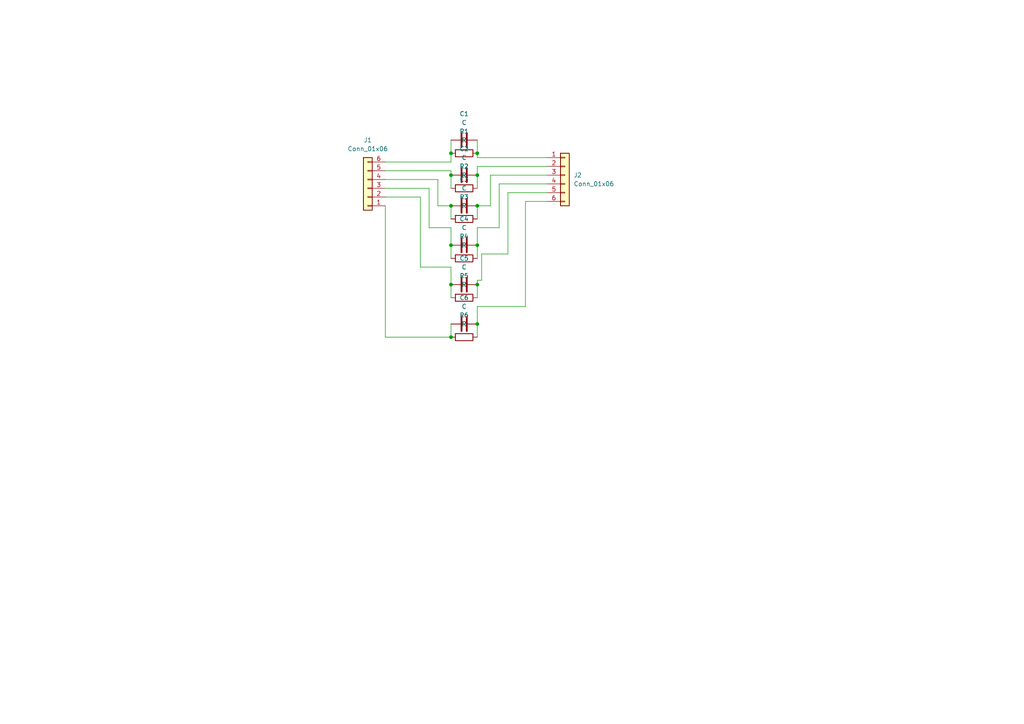
<source format=kicad_sch>
(kicad_sch (version 20211123) (generator eeschema)

  (uuid b5fef50f-8fa0-4340-9e43-30d2948c254a)

  (paper "A4")

  (lib_symbols
    (symbol "Connector_Generic:Conn_01x06" (pin_names (offset 1.016) hide) (in_bom yes) (on_board yes)
      (property "Reference" "J" (id 0) (at 0 7.62 0)
        (effects (font (size 1.27 1.27)))
      )
      (property "Value" "Conn_01x06" (id 1) (at 0 -10.16 0)
        (effects (font (size 1.27 1.27)))
      )
      (property "Footprint" "" (id 2) (at 0 0 0)
        (effects (font (size 1.27 1.27)) hide)
      )
      (property "Datasheet" "~" (id 3) (at 0 0 0)
        (effects (font (size 1.27 1.27)) hide)
      )
      (property "ki_keywords" "connector" (id 4) (at 0 0 0)
        (effects (font (size 1.27 1.27)) hide)
      )
      (property "ki_description" "Generic connector, single row, 01x06, script generated (kicad-library-utils/schlib/autogen/connector/)" (id 5) (at 0 0 0)
        (effects (font (size 1.27 1.27)) hide)
      )
      (property "ki_fp_filters" "Connector*:*_1x??_*" (id 6) (at 0 0 0)
        (effects (font (size 1.27 1.27)) hide)
      )
      (symbol "Conn_01x06_1_1"
        (rectangle (start -1.27 -7.493) (end 0 -7.747)
          (stroke (width 0.1524) (type default) (color 0 0 0 0))
          (fill (type none))
        )
        (rectangle (start -1.27 -4.953) (end 0 -5.207)
          (stroke (width 0.1524) (type default) (color 0 0 0 0))
          (fill (type none))
        )
        (rectangle (start -1.27 -2.413) (end 0 -2.667)
          (stroke (width 0.1524) (type default) (color 0 0 0 0))
          (fill (type none))
        )
        (rectangle (start -1.27 0.127) (end 0 -0.127)
          (stroke (width 0.1524) (type default) (color 0 0 0 0))
          (fill (type none))
        )
        (rectangle (start -1.27 2.667) (end 0 2.413)
          (stroke (width 0.1524) (type default) (color 0 0 0 0))
          (fill (type none))
        )
        (rectangle (start -1.27 5.207) (end 0 4.953)
          (stroke (width 0.1524) (type default) (color 0 0 0 0))
          (fill (type none))
        )
        (rectangle (start -1.27 6.35) (end 1.27 -8.89)
          (stroke (width 0.254) (type default) (color 0 0 0 0))
          (fill (type background))
        )
        (pin passive line (at -5.08 5.08 0) (length 3.81)
          (name "Pin_1" (effects (font (size 1.27 1.27))))
          (number "1" (effects (font (size 1.27 1.27))))
        )
        (pin passive line (at -5.08 2.54 0) (length 3.81)
          (name "Pin_2" (effects (font (size 1.27 1.27))))
          (number "2" (effects (font (size 1.27 1.27))))
        )
        (pin passive line (at -5.08 0 0) (length 3.81)
          (name "Pin_3" (effects (font (size 1.27 1.27))))
          (number "3" (effects (font (size 1.27 1.27))))
        )
        (pin passive line (at -5.08 -2.54 0) (length 3.81)
          (name "Pin_4" (effects (font (size 1.27 1.27))))
          (number "4" (effects (font (size 1.27 1.27))))
        )
        (pin passive line (at -5.08 -5.08 0) (length 3.81)
          (name "Pin_5" (effects (font (size 1.27 1.27))))
          (number "5" (effects (font (size 1.27 1.27))))
        )
        (pin passive line (at -5.08 -7.62 0) (length 3.81)
          (name "Pin_6" (effects (font (size 1.27 1.27))))
          (number "6" (effects (font (size 1.27 1.27))))
        )
      )
    )
    (symbol "Device:C" (pin_numbers hide) (pin_names (offset 0.254)) (in_bom yes) (on_board yes)
      (property "Reference" "C" (id 0) (at 0.635 2.54 0)
        (effects (font (size 1.27 1.27)) (justify left))
      )
      (property "Value" "C" (id 1) (at 0.635 -2.54 0)
        (effects (font (size 1.27 1.27)) (justify left))
      )
      (property "Footprint" "" (id 2) (at 0.9652 -3.81 0)
        (effects (font (size 1.27 1.27)) hide)
      )
      (property "Datasheet" "~" (id 3) (at 0 0 0)
        (effects (font (size 1.27 1.27)) hide)
      )
      (property "ki_keywords" "cap capacitor" (id 4) (at 0 0 0)
        (effects (font (size 1.27 1.27)) hide)
      )
      (property "ki_description" "Unpolarized capacitor" (id 5) (at 0 0 0)
        (effects (font (size 1.27 1.27)) hide)
      )
      (property "ki_fp_filters" "C_*" (id 6) (at 0 0 0)
        (effects (font (size 1.27 1.27)) hide)
      )
      (symbol "C_0_1"
        (polyline
          (pts
            (xy -2.032 -0.762)
            (xy 2.032 -0.762)
          )
          (stroke (width 0.508) (type default) (color 0 0 0 0))
          (fill (type none))
        )
        (polyline
          (pts
            (xy -2.032 0.762)
            (xy 2.032 0.762)
          )
          (stroke (width 0.508) (type default) (color 0 0 0 0))
          (fill (type none))
        )
      )
      (symbol "C_1_1"
        (pin passive line (at 0 3.81 270) (length 2.794)
          (name "~" (effects (font (size 1.27 1.27))))
          (number "1" (effects (font (size 1.27 1.27))))
        )
        (pin passive line (at 0 -3.81 90) (length 2.794)
          (name "~" (effects (font (size 1.27 1.27))))
          (number "2" (effects (font (size 1.27 1.27))))
        )
      )
    )
    (symbol "Device:R" (pin_numbers hide) (pin_names (offset 0)) (in_bom yes) (on_board yes)
      (property "Reference" "R" (id 0) (at 2.032 0 90)
        (effects (font (size 1.27 1.27)))
      )
      (property "Value" "R" (id 1) (at 0 0 90)
        (effects (font (size 1.27 1.27)))
      )
      (property "Footprint" "" (id 2) (at -1.778 0 90)
        (effects (font (size 1.27 1.27)) hide)
      )
      (property "Datasheet" "~" (id 3) (at 0 0 0)
        (effects (font (size 1.27 1.27)) hide)
      )
      (property "ki_keywords" "R res resistor" (id 4) (at 0 0 0)
        (effects (font (size 1.27 1.27)) hide)
      )
      (property "ki_description" "Resistor" (id 5) (at 0 0 0)
        (effects (font (size 1.27 1.27)) hide)
      )
      (property "ki_fp_filters" "R_*" (id 6) (at 0 0 0)
        (effects (font (size 1.27 1.27)) hide)
      )
      (symbol "R_0_1"
        (rectangle (start -1.016 -2.54) (end 1.016 2.54)
          (stroke (width 0.254) (type default) (color 0 0 0 0))
          (fill (type none))
        )
      )
      (symbol "R_1_1"
        (pin passive line (at 0 3.81 270) (length 1.27)
          (name "~" (effects (font (size 1.27 1.27))))
          (number "1" (effects (font (size 1.27 1.27))))
        )
        (pin passive line (at 0 -3.81 90) (length 1.27)
          (name "~" (effects (font (size 1.27 1.27))))
          (number "2" (effects (font (size 1.27 1.27))))
        )
      )
    )
  )

  (junction (at 138.43 50.8) (diameter 0) (color 0 0 0 0)
    (uuid 0e7e01de-bdc5-4724-965e-778954649836)
  )
  (junction (at 130.81 97.79) (diameter 0) (color 0 0 0 0)
    (uuid 1ae3fe5d-a9de-4e7c-a59e-a27b9968929e)
  )
  (junction (at 138.43 59.69) (diameter 0) (color 0 0 0 0)
    (uuid 1be7d812-1ea2-4930-953a-20c86ffd6889)
  )
  (junction (at 130.81 44.45) (diameter 0) (color 0 0 0 0)
    (uuid 1cc172af-9f78-4bcb-9bd8-71734aa9b5b3)
  )
  (junction (at 138.43 71.12) (diameter 0) (color 0 0 0 0)
    (uuid 21f36fc2-36e2-471a-9c70-292cd430d9ea)
  )
  (junction (at 130.81 82.55) (diameter 0) (color 0 0 0 0)
    (uuid 236f2435-dca7-4ad8-bda8-dc48d6013fc8)
  )
  (junction (at 130.81 71.12) (diameter 0) (color 0 0 0 0)
    (uuid 7f5219bd-fbd3-4adc-897e-c27bb6e8b766)
  )
  (junction (at 130.81 50.8) (diameter 0) (color 0 0 0 0)
    (uuid 8fb23542-6899-472d-a418-07c028ed9af5)
  )
  (junction (at 138.43 93.98) (diameter 0) (color 0 0 0 0)
    (uuid bb680cf8-458f-40fc-8de6-904488d04d7d)
  )
  (junction (at 130.81 59.69) (diameter 0) (color 0 0 0 0)
    (uuid ccc51707-935d-4773-96f1-3391026c559e)
  )
  (junction (at 138.43 44.45) (diameter 0) (color 0 0 0 0)
    (uuid eadd39f2-efad-493d-8867-5c55203a8c94)
  )
  (junction (at 138.43 82.55) (diameter 0) (color 0 0 0 0)
    (uuid f64d5c7b-b0b2-4dca-966b-938ffe1a2283)
  )

  (wire (pts (xy 138.43 82.55) (xy 138.43 86.36))
    (stroke (width 0) (type default) (color 0 0 0 0))
    (uuid 02bfda63-10db-4451-b9be-c2cc79fa88da)
  )
  (wire (pts (xy 127 52.07) (xy 111.76 52.07))
    (stroke (width 0) (type default) (color 0 0 0 0))
    (uuid 10f9a9bc-d9b9-4a7b-827a-2ce79a847c59)
  )
  (wire (pts (xy 130.81 93.98) (xy 130.81 97.79))
    (stroke (width 0) (type default) (color 0 0 0 0))
    (uuid 14129d42-4a4c-4068-9297-e90504feac5a)
  )
  (wire (pts (xy 138.43 71.12) (xy 138.43 66.04))
    (stroke (width 0) (type default) (color 0 0 0 0))
    (uuid 18fb0908-a20c-40a8-b4bf-2d667ae957ac)
  )
  (wire (pts (xy 130.81 77.47) (xy 121.92 77.47))
    (stroke (width 0) (type default) (color 0 0 0 0))
    (uuid 23bc3a38-b178-4693-abfb-481785f29122)
  )
  (wire (pts (xy 138.43 74.93) (xy 138.43 71.12))
    (stroke (width 0) (type default) (color 0 0 0 0))
    (uuid 27337f37-aa2c-4b61-9339-3d53d72ef3fc)
  )
  (wire (pts (xy 130.81 44.45) (xy 130.81 46.99))
    (stroke (width 0) (type default) (color 0 0 0 0))
    (uuid 37049c02-cfd3-4d6f-bb36-fabad556d4c8)
  )
  (wire (pts (xy 130.81 86.36) (xy 130.81 82.55))
    (stroke (width 0) (type default) (color 0 0 0 0))
    (uuid 4046e2b0-22d5-4ad6-979e-3a318f3aa17e)
  )
  (wire (pts (xy 138.43 44.45) (xy 138.43 45.72))
    (stroke (width 0) (type default) (color 0 0 0 0))
    (uuid 477a2721-ac01-48bd-8979-ba17fe821041)
  )
  (wire (pts (xy 124.46 66.04) (xy 124.46 54.61))
    (stroke (width 0) (type default) (color 0 0 0 0))
    (uuid 4c110276-c9ce-4ff1-be24-d2a14a804c14)
  )
  (wire (pts (xy 130.81 66.04) (xy 124.46 66.04))
    (stroke (width 0) (type default) (color 0 0 0 0))
    (uuid 4c956252-8269-4638-bd8a-8ff2638d86ab)
  )
  (wire (pts (xy 138.43 45.72) (xy 158.75 45.72))
    (stroke (width 0) (type default) (color 0 0 0 0))
    (uuid 4d4ed9be-8696-4db9-8773-5a950d821aff)
  )
  (wire (pts (xy 138.43 81.28) (xy 138.43 82.55))
    (stroke (width 0) (type default) (color 0 0 0 0))
    (uuid 56949cdf-d257-4ece-886a-848e53c3f9fc)
  )
  (wire (pts (xy 138.43 59.69) (xy 142.24 59.69))
    (stroke (width 0) (type default) (color 0 0 0 0))
    (uuid 589e8a18-048e-47f2-83ea-0ab4bbab08d5)
  )
  (wire (pts (xy 152.4 58.42) (xy 158.75 58.42))
    (stroke (width 0) (type default) (color 0 0 0 0))
    (uuid 5ba9b41f-9673-471b-bdd8-aca1398067c6)
  )
  (wire (pts (xy 124.46 54.61) (xy 111.76 54.61))
    (stroke (width 0) (type default) (color 0 0 0 0))
    (uuid 5cc9fb24-8d1e-4de0-aab6-095e15160e03)
  )
  (wire (pts (xy 142.24 50.8) (xy 158.75 50.8))
    (stroke (width 0) (type default) (color 0 0 0 0))
    (uuid 6067d2f4-c403-4735-94c9-13ac11fe616f)
  )
  (wire (pts (xy 139.7 81.28) (xy 138.43 81.28))
    (stroke (width 0) (type default) (color 0 0 0 0))
    (uuid 6546defe-d2d8-4a39-8337-49e955f8e9f9)
  )
  (wire (pts (xy 130.81 54.61) (xy 130.81 50.8))
    (stroke (width 0) (type default) (color 0 0 0 0))
    (uuid 65c2052f-3300-4008-9138-1d730b67bffd)
  )
  (wire (pts (xy 138.43 54.61) (xy 138.43 50.8))
    (stroke (width 0) (type default) (color 0 0 0 0))
    (uuid 6aee11c6-b3f5-424f-a555-c812cf3058fc)
  )
  (wire (pts (xy 130.81 71.12) (xy 130.81 66.04))
    (stroke (width 0) (type default) (color 0 0 0 0))
    (uuid 6e1a82dc-6c8a-4987-a310-b0f7be99e399)
  )
  (wire (pts (xy 130.81 46.99) (xy 111.76 46.99))
    (stroke (width 0) (type default) (color 0 0 0 0))
    (uuid 77bd6c78-a533-43eb-96b7-d35f811736ee)
  )
  (wire (pts (xy 144.78 53.34) (xy 158.75 53.34))
    (stroke (width 0) (type default) (color 0 0 0 0))
    (uuid 7aac460e-52ca-43ff-84c9-14d9a889f52a)
  )
  (wire (pts (xy 138.43 50.8) (xy 138.43 48.26))
    (stroke (width 0) (type default) (color 0 0 0 0))
    (uuid 849683ec-a8b7-4eb3-9572-1541b17db3b0)
  )
  (wire (pts (xy 127 59.69) (xy 127 52.07))
    (stroke (width 0) (type default) (color 0 0 0 0))
    (uuid 86003cab-f86b-4d5d-bfee-6c1c25af86d6)
  )
  (wire (pts (xy 130.81 82.55) (xy 130.81 77.47))
    (stroke (width 0) (type default) (color 0 0 0 0))
    (uuid 86c29b45-342a-4b28-9b87-fbd434c02f41)
  )
  (wire (pts (xy 130.81 74.93) (xy 130.81 71.12))
    (stroke (width 0) (type default) (color 0 0 0 0))
    (uuid 993187fd-628a-4323-af4e-781d6c79b827)
  )
  (wire (pts (xy 152.4 88.9) (xy 152.4 58.42))
    (stroke (width 0) (type default) (color 0 0 0 0))
    (uuid a0f7c4cf-fe1e-45ed-826b-509b318e40a8)
  )
  (wire (pts (xy 130.81 49.53) (xy 111.76 49.53))
    (stroke (width 0) (type default) (color 0 0 0 0))
    (uuid a50b97c7-1e06-4075-b1f1-e90a222c9d6f)
  )
  (wire (pts (xy 138.43 93.98) (xy 138.43 88.9))
    (stroke (width 0) (type default) (color 0 0 0 0))
    (uuid aca5f940-b365-4a03-8852-f75f61111bd0)
  )
  (wire (pts (xy 138.43 63.5) (xy 138.43 59.69))
    (stroke (width 0) (type default) (color 0 0 0 0))
    (uuid b7cfc705-4bb1-4055-9d1b-1cbcda625a08)
  )
  (wire (pts (xy 138.43 40.64) (xy 138.43 44.45))
    (stroke (width 0) (type default) (color 0 0 0 0))
    (uuid be2aa3a6-71ed-4445-b764-7a7411b2f856)
  )
  (wire (pts (xy 111.76 59.69) (xy 111.76 97.79))
    (stroke (width 0) (type default) (color 0 0 0 0))
    (uuid c06fd5cf-304c-4bbb-9906-c42430a686b1)
  )
  (wire (pts (xy 121.92 77.47) (xy 121.92 57.15))
    (stroke (width 0) (type default) (color 0 0 0 0))
    (uuid c0f762d4-cee5-4044-80d0-ec2e01e3a69f)
  )
  (wire (pts (xy 147.32 55.88) (xy 147.32 73.66))
    (stroke (width 0) (type default) (color 0 0 0 0))
    (uuid c696a6c1-9750-4001-8390-9ca1b2835322)
  )
  (wire (pts (xy 121.92 57.15) (xy 111.76 57.15))
    (stroke (width 0) (type default) (color 0 0 0 0))
    (uuid cb300838-2288-41cd-9a48-73bf83be5a94)
  )
  (wire (pts (xy 138.43 48.26) (xy 158.75 48.26))
    (stroke (width 0) (type default) (color 0 0 0 0))
    (uuid d81ff626-4fe9-4119-92da-a0aee973fc21)
  )
  (wire (pts (xy 144.78 66.04) (xy 144.78 53.34))
    (stroke (width 0) (type default) (color 0 0 0 0))
    (uuid dbde9196-db0d-46cf-9df9-8016907809e2)
  )
  (wire (pts (xy 130.81 40.64) (xy 130.81 44.45))
    (stroke (width 0) (type default) (color 0 0 0 0))
    (uuid dc96dc7b-5609-4981-a18e-f81250f9627f)
  )
  (wire (pts (xy 147.32 73.66) (xy 139.7 73.66))
    (stroke (width 0) (type default) (color 0 0 0 0))
    (uuid e5337205-876f-4fd3-af39-7ac476d3377a)
  )
  (wire (pts (xy 138.43 88.9) (xy 152.4 88.9))
    (stroke (width 0) (type default) (color 0 0 0 0))
    (uuid e825d795-bfde-4a1b-8aa5-23f03bcdf293)
  )
  (wire (pts (xy 138.43 66.04) (xy 144.78 66.04))
    (stroke (width 0) (type default) (color 0 0 0 0))
    (uuid f18edf96-6a64-4c56-9a5a-3f1de9686917)
  )
  (wire (pts (xy 130.81 97.79) (xy 111.76 97.79))
    (stroke (width 0) (type default) (color 0 0 0 0))
    (uuid f4ffd8e6-c592-4b85-8640-93023cfb863f)
  )
  (wire (pts (xy 142.24 59.69) (xy 142.24 50.8))
    (stroke (width 0) (type default) (color 0 0 0 0))
    (uuid f85247d9-3643-43f6-9a53-f9178a2a356c)
  )
  (wire (pts (xy 158.75 55.88) (xy 147.32 55.88))
    (stroke (width 0) (type default) (color 0 0 0 0))
    (uuid f94d4688-d24d-4870-b527-650fc7575e6d)
  )
  (wire (pts (xy 139.7 73.66) (xy 139.7 81.28))
    (stroke (width 0) (type default) (color 0 0 0 0))
    (uuid f99724ff-6477-4915-aafd-529071dec760)
  )
  (wire (pts (xy 130.81 59.69) (xy 127 59.69))
    (stroke (width 0) (type default) (color 0 0 0 0))
    (uuid fa4809c5-9ce7-4894-ae82-97b2589c725e)
  )
  (wire (pts (xy 130.81 63.5) (xy 130.81 59.69))
    (stroke (width 0) (type default) (color 0 0 0 0))
    (uuid fb76540b-a9e0-4bc6-a2bd-8f2b518fa06d)
  )
  (wire (pts (xy 130.81 50.8) (xy 130.81 49.53))
    (stroke (width 0) (type default) (color 0 0 0 0))
    (uuid fc4e2779-0c1c-40a5-a435-04ffba61d164)
  )
  (wire (pts (xy 138.43 97.79) (xy 138.43 93.98))
    (stroke (width 0) (type default) (color 0 0 0 0))
    (uuid ff850853-044a-40c1-8eb0-12fc228dda46)
  )

  (symbol (lib_id "Device:R") (at 134.62 44.45 90) (unit 1)
    (in_bom yes) (on_board yes) (fields_autoplaced)
    (uuid 1ddafe75-2182-425f-971e-ec0ffe37a22b)
    (property "Reference" "R1" (id 0) (at 134.62 38.1 90))
    (property "Value" "R" (id 1) (at 134.62 40.64 90))
    (property "Footprint" "Resistor_SMD:R_0805_2012Metric" (id 2) (at 134.62 46.228 90)
      (effects (font (size 1.27 1.27)) hide)
    )
    (property "Datasheet" "~" (id 3) (at 134.62 44.45 0)
      (effects (font (size 1.27 1.27)) hide)
    )
    (pin "1" (uuid 0fbf1913-4679-452a-bf22-8f48d55135d1))
    (pin "2" (uuid e95992d1-b7ce-469a-a8a6-e09fa566be7e))
  )

  (symbol (lib_id "Device:R") (at 134.62 54.61 90) (unit 1)
    (in_bom yes) (on_board yes) (fields_autoplaced)
    (uuid 3a1f8838-cb13-44cb-8921-662cb7f7cb63)
    (property "Reference" "R2" (id 0) (at 134.62 48.26 90))
    (property "Value" "R" (id 1) (at 134.62 50.8 90))
    (property "Footprint" "Resistor_SMD:R_0805_2012Metric" (id 2) (at 134.62 56.388 90)
      (effects (font (size 1.27 1.27)) hide)
    )
    (property "Datasheet" "~" (id 3) (at 134.62 54.61 0)
      (effects (font (size 1.27 1.27)) hide)
    )
    (pin "1" (uuid 1f41865a-7d7e-4878-9e40-807f89b6870c))
    (pin "2" (uuid 9c9c476c-2829-48d2-8f61-94dda8808c48))
  )

  (symbol (lib_id "Device:C") (at 134.62 93.98 90) (unit 1)
    (in_bom yes) (on_board yes) (fields_autoplaced)
    (uuid 766de220-75d7-4409-8cba-fa403b15c09e)
    (property "Reference" "C6" (id 0) (at 134.62 86.36 90))
    (property "Value" "C" (id 1) (at 134.62 88.9 90))
    (property "Footprint" "Capacitor_SMD:C_0805_2012Metric" (id 2) (at 138.43 93.0148 0)
      (effects (font (size 1.27 1.27)) hide)
    )
    (property "Datasheet" "~" (id 3) (at 134.62 93.98 0)
      (effects (font (size 1.27 1.27)) hide)
    )
    (pin "1" (uuid 96c82c92-e39f-4893-b185-b3e802b2aff7))
    (pin "2" (uuid 3cb90641-838a-4898-8241-2f090ceea448))
  )

  (symbol (lib_id "Device:C") (at 134.62 40.64 90) (unit 1)
    (in_bom yes) (on_board yes) (fields_autoplaced)
    (uuid 8a9bad5e-7bc4-4cfb-bf3c-1f1ec93dd022)
    (property "Reference" "C1" (id 0) (at 134.62 33.02 90))
    (property "Value" "C" (id 1) (at 134.62 35.56 90))
    (property "Footprint" "Capacitor_SMD:C_0805_2012Metric" (id 2) (at 138.43 39.6748 0)
      (effects (font (size 1.27 1.27)) hide)
    )
    (property "Datasheet" "~" (id 3) (at 134.62 40.64 0)
      (effects (font (size 1.27 1.27)) hide)
    )
    (pin "1" (uuid 89a7c73d-d94f-4adc-b797-75eabc218fe2))
    (pin "2" (uuid be445f0a-d3d4-471e-9b41-db49ab440ed9))
  )

  (symbol (lib_id "Device:C") (at 134.62 59.69 90) (unit 1)
    (in_bom yes) (on_board yes) (fields_autoplaced)
    (uuid 8c94b30d-6467-4e5d-82ac-edd892ee5e07)
    (property "Reference" "C3" (id 0) (at 134.62 52.07 90))
    (property "Value" "C" (id 1) (at 134.62 54.61 90))
    (property "Footprint" "Capacitor_SMD:C_0805_2012Metric" (id 2) (at 138.43 58.7248 0)
      (effects (font (size 1.27 1.27)) hide)
    )
    (property "Datasheet" "~" (id 3) (at 134.62 59.69 0)
      (effects (font (size 1.27 1.27)) hide)
    )
    (pin "1" (uuid 55fec18d-2e8c-453d-a09e-df975d186b27))
    (pin "2" (uuid 271df243-1afe-46e9-b783-fbf94047ca08))
  )

  (symbol (lib_id "Device:C") (at 134.62 50.8 90) (unit 1)
    (in_bom yes) (on_board yes) (fields_autoplaced)
    (uuid 8e6e887f-e432-4df9-a27c-e646a4381d2f)
    (property "Reference" "C2" (id 0) (at 134.62 43.18 90))
    (property "Value" "C" (id 1) (at 134.62 45.72 90))
    (property "Footprint" "Capacitor_SMD:C_0805_2012Metric" (id 2) (at 138.43 49.8348 0)
      (effects (font (size 1.27 1.27)) hide)
    )
    (property "Datasheet" "~" (id 3) (at 134.62 50.8 0)
      (effects (font (size 1.27 1.27)) hide)
    )
    (pin "1" (uuid 3140d04b-c3d7-44e9-9893-fab7d6142e80))
    (pin "2" (uuid ec8c72c1-ac97-4b9c-9098-c879acebc0a2))
  )

  (symbol (lib_id "Device:C") (at 134.62 71.12 90) (unit 1)
    (in_bom yes) (on_board yes) (fields_autoplaced)
    (uuid a97eae84-3d5d-4b78-973b-f7aaf0b1602e)
    (property "Reference" "C4" (id 0) (at 134.62 63.5 90))
    (property "Value" "C" (id 1) (at 134.62 66.04 90))
    (property "Footprint" "Capacitor_SMD:C_0805_2012Metric" (id 2) (at 138.43 70.1548 0)
      (effects (font (size 1.27 1.27)) hide)
    )
    (property "Datasheet" "~" (id 3) (at 134.62 71.12 0)
      (effects (font (size 1.27 1.27)) hide)
    )
    (pin "1" (uuid 0fcf2764-f1d3-4573-810c-a8233be4a9ad))
    (pin "2" (uuid b0ea7454-c4a5-498f-95ff-847317844502))
  )

  (symbol (lib_id "Device:C") (at 134.62 82.55 90) (unit 1)
    (in_bom yes) (on_board yes) (fields_autoplaced)
    (uuid b9f9a272-78ac-4e1c-a105-dc523bac0377)
    (property "Reference" "C5" (id 0) (at 134.62 74.93 90))
    (property "Value" "C" (id 1) (at 134.62 77.47 90))
    (property "Footprint" "Capacitor_SMD:C_0805_2012Metric" (id 2) (at 138.43 81.5848 0)
      (effects (font (size 1.27 1.27)) hide)
    )
    (property "Datasheet" "~" (id 3) (at 134.62 82.55 0)
      (effects (font (size 1.27 1.27)) hide)
    )
    (pin "1" (uuid ebccb417-c8fe-4970-a913-831eed6dee3d))
    (pin "2" (uuid c35f2584-1da5-4f63-b713-5973ef8f1971))
  )

  (symbol (lib_id "Connector_Generic:Conn_01x06") (at 106.68 54.61 180) (unit 1)
    (in_bom yes) (on_board yes) (fields_autoplaced)
    (uuid c393991a-248f-4448-bee0-7b89bc1e01c3)
    (property "Reference" "J1" (id 0) (at 106.68 40.64 0))
    (property "Value" "Conn_01x06" (id 1) (at 106.68 43.18 0))
    (property "Footprint" "Connector_PinHeader_2.54mm:PinHeader_1x06_P2.54mm_Vertical" (id 2) (at 106.68 54.61 0)
      (effects (font (size 1.27 1.27)) hide)
    )
    (property "Datasheet" "~" (id 3) (at 106.68 54.61 0)
      (effects (font (size 1.27 1.27)) hide)
    )
    (pin "1" (uuid 03898de2-a21c-4cbe-b272-689d4382e691))
    (pin "2" (uuid 0508dfd1-fff9-411f-9057-926031a70fcb))
    (pin "3" (uuid 58f2c4b7-142c-4607-a2ef-88ae5e55b4a5))
    (pin "4" (uuid 3629025c-fac6-4dfd-b56d-15c5134e68cc))
    (pin "5" (uuid 0b658c28-a592-4526-bb7a-166f5babf223))
    (pin "6" (uuid f5bbdbd4-1118-4cfa-a362-b6cd5cfd8973))
  )

  (symbol (lib_id "Device:R") (at 134.62 74.93 90) (unit 1)
    (in_bom yes) (on_board yes) (fields_autoplaced)
    (uuid c82ee6f9-d475-4624-958c-7457effdef61)
    (property "Reference" "R4" (id 0) (at 134.62 68.58 90))
    (property "Value" "R" (id 1) (at 134.62 71.12 90))
    (property "Footprint" "Resistor_SMD:R_0805_2012Metric" (id 2) (at 134.62 76.708 90)
      (effects (font (size 1.27 1.27)) hide)
    )
    (property "Datasheet" "~" (id 3) (at 134.62 74.93 0)
      (effects (font (size 1.27 1.27)) hide)
    )
    (pin "1" (uuid 08df4b39-efc2-4086-b695-cf528352bc4c))
    (pin "2" (uuid a988819f-abc9-4ebe-b3e5-756625b7103f))
  )

  (symbol (lib_id "Device:R") (at 134.62 63.5 90) (unit 1)
    (in_bom yes) (on_board yes) (fields_autoplaced)
    (uuid d41c0147-326b-42dc-96ee-c2ada034fe56)
    (property "Reference" "R3" (id 0) (at 134.62 57.15 90))
    (property "Value" "R" (id 1) (at 134.62 59.69 90))
    (property "Footprint" "Resistor_SMD:R_0805_2012Metric" (id 2) (at 134.62 65.278 90)
      (effects (font (size 1.27 1.27)) hide)
    )
    (property "Datasheet" "~" (id 3) (at 134.62 63.5 0)
      (effects (font (size 1.27 1.27)) hide)
    )
    (pin "1" (uuid 2a994013-b22c-41c1-8f58-39efb065ee40))
    (pin "2" (uuid 406854f8-4de4-4e57-a407-04793de757fe))
  )

  (symbol (lib_id "Device:R") (at 134.62 97.79 90) (unit 1)
    (in_bom yes) (on_board yes) (fields_autoplaced)
    (uuid d8b58c6f-5f56-4855-82ef-93e24f13d50e)
    (property "Reference" "R6" (id 0) (at 134.62 91.44 90))
    (property "Value" "R" (id 1) (at 134.62 93.98 90))
    (property "Footprint" "Resistor_SMD:R_0805_2012Metric" (id 2) (at 134.62 99.568 90)
      (effects (font (size 1.27 1.27)) hide)
    )
    (property "Datasheet" "~" (id 3) (at 134.62 97.79 0)
      (effects (font (size 1.27 1.27)) hide)
    )
    (pin "1" (uuid 69b9c297-0ad4-4eb6-aa60-42a0bb2dfcf8))
    (pin "2" (uuid d03d80c3-43e0-4fe9-8cd1-3550ba61d08c))
  )

  (symbol (lib_id "Connector_Generic:Conn_01x06") (at 163.83 50.8 0) (unit 1)
    (in_bom yes) (on_board yes) (fields_autoplaced)
    (uuid eb6f4732-1682-4f82-9b98-54f5f3629a83)
    (property "Reference" "J2" (id 0) (at 166.37 50.7999 0)
      (effects (font (size 1.27 1.27)) (justify left))
    )
    (property "Value" "Conn_01x06" (id 1) (at 166.37 53.3399 0)
      (effects (font (size 1.27 1.27)) (justify left))
    )
    (property "Footprint" "Connector_PinHeader_2.54mm:PinHeader_1x06_P2.54mm_Vertical" (id 2) (at 163.83 50.8 0)
      (effects (font (size 1.27 1.27)) hide)
    )
    (property "Datasheet" "~" (id 3) (at 163.83 50.8 0)
      (effects (font (size 1.27 1.27)) hide)
    )
    (pin "1" (uuid f180b7db-2358-45c6-82d7-f6c6b09a217a))
    (pin "2" (uuid 4286f875-34bf-4592-a902-8292b7a4aed3))
    (pin "3" (uuid 0c8df16c-11e0-42df-99f0-47ce287d7eb5))
    (pin "4" (uuid 86074924-f565-4087-939c-9d98d3b8b2ea))
    (pin "5" (uuid e96e70e7-24cf-4c8e-af0a-0a0c7e3a4a38))
    (pin "6" (uuid 3bfd511f-8688-4042-827e-723668f7ad60))
  )

  (symbol (lib_id "Device:R") (at 134.62 86.36 90) (unit 1)
    (in_bom yes) (on_board yes) (fields_autoplaced)
    (uuid edad7d9a-fe8a-462b-b8f0-079157dd3f2e)
    (property "Reference" "R5" (id 0) (at 134.62 80.01 90))
    (property "Value" "R" (id 1) (at 134.62 82.55 90))
    (property "Footprint" "Resistor_SMD:R_0805_2012Metric" (id 2) (at 134.62 88.138 90)
      (effects (font (size 1.27 1.27)) hide)
    )
    (property "Datasheet" "~" (id 3) (at 134.62 86.36 0)
      (effects (font (size 1.27 1.27)) hide)
    )
    (pin "1" (uuid 65c70ad4-8126-46a3-bbb8-b66a09e39bd2))
    (pin "2" (uuid 58c65d0c-4b16-4ed9-908c-23ecee0ed927))
  )

  (sheet_instances
    (path "/" (page "1"))
  )

  (symbol_instances
    (path "/8a9bad5e-7bc4-4cfb-bf3c-1f1ec93dd022"
      (reference "C1") (unit 1) (value "C") (footprint "Capacitor_SMD:C_0805_2012Metric")
    )
    (path "/8e6e887f-e432-4df9-a27c-e646a4381d2f"
      (reference "C2") (unit 1) (value "C") (footprint "Capacitor_SMD:C_0805_2012Metric")
    )
    (path "/8c94b30d-6467-4e5d-82ac-edd892ee5e07"
      (reference "C3") (unit 1) (value "C") (footprint "Capacitor_SMD:C_0805_2012Metric")
    )
    (path "/a97eae84-3d5d-4b78-973b-f7aaf0b1602e"
      (reference "C4") (unit 1) (value "C") (footprint "Capacitor_SMD:C_0805_2012Metric")
    )
    (path "/b9f9a272-78ac-4e1c-a105-dc523bac0377"
      (reference "C5") (unit 1) (value "C") (footprint "Capacitor_SMD:C_0805_2012Metric")
    )
    (path "/766de220-75d7-4409-8cba-fa403b15c09e"
      (reference "C6") (unit 1) (value "C") (footprint "Capacitor_SMD:C_0805_2012Metric")
    )
    (path "/c393991a-248f-4448-bee0-7b89bc1e01c3"
      (reference "J1") (unit 1) (value "Conn_01x06") (footprint "Connector_PinHeader_2.54mm:PinHeader_1x06_P2.54mm_Vertical")
    )
    (path "/eb6f4732-1682-4f82-9b98-54f5f3629a83"
      (reference "J2") (unit 1) (value "Conn_01x06") (footprint "Connector_PinHeader_2.54mm:PinHeader_1x06_P2.54mm_Vertical")
    )
    (path "/1ddafe75-2182-425f-971e-ec0ffe37a22b"
      (reference "R1") (unit 1) (value "R") (footprint "Resistor_SMD:R_0805_2012Metric")
    )
    (path "/3a1f8838-cb13-44cb-8921-662cb7f7cb63"
      (reference "R2") (unit 1) (value "R") (footprint "Resistor_SMD:R_0805_2012Metric")
    )
    (path "/d41c0147-326b-42dc-96ee-c2ada034fe56"
      (reference "R3") (unit 1) (value "R") (footprint "Resistor_SMD:R_0805_2012Metric")
    )
    (path "/c82ee6f9-d475-4624-958c-7457effdef61"
      (reference "R4") (unit 1) (value "R") (footprint "Resistor_SMD:R_0805_2012Metric")
    )
    (path "/edad7d9a-fe8a-462b-b8f0-079157dd3f2e"
      (reference "R5") (unit 1) (value "R") (footprint "Resistor_SMD:R_0805_2012Metric")
    )
    (path "/d8b58c6f-5f56-4855-82ef-93e24f13d50e"
      (reference "R6") (unit 1) (value "R") (footprint "Resistor_SMD:R_0805_2012Metric")
    )
  )
)

</source>
